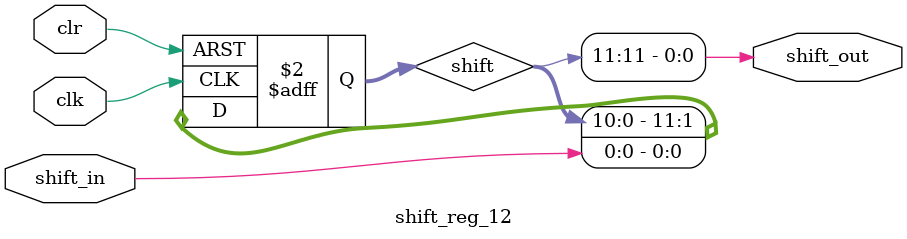
<source format=v>


module shift_reg_12 #( parameter size = 11 ) (shift_in, clk, clr, shift_out);

   // Port Declaration
   input   shift_in;
   input   clk;
   input   clr;
   output  shift_out;
   
   reg [ size:0 ] shift; // shift register  
   
    always @ (posedge clk or posedge clr)
     begin
	if (clr)
          shift = 0;	  	
	else 
	  shift = { shift[size-1:0] , shift_in } ;	
     end
   
   assign shift_out = shift[size];   
   
endmodule 

</source>
